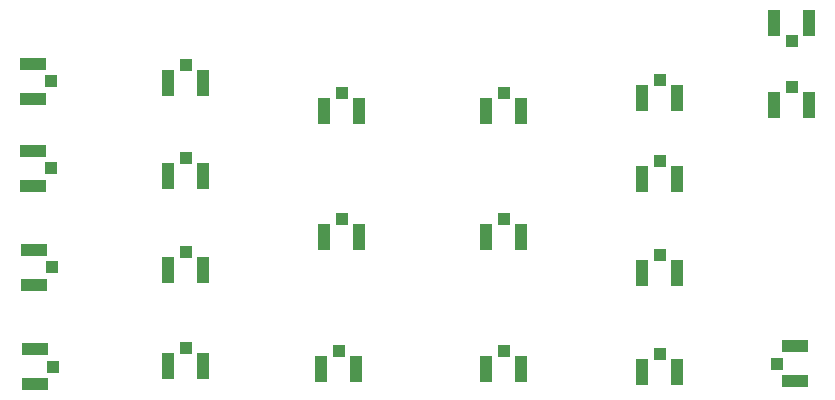
<source format=gbr>
%TF.GenerationSoftware,KiCad,Pcbnew,(6.0.8)*%
%TF.CreationDate,2023-08-07T17:47:41+10:00*%
%TF.ProjectId,REDPITAYA-BRK,52454450-4954-4415-9941-2d42524b2e6b,rev?*%
%TF.SameCoordinates,Original*%
%TF.FileFunction,Paste,Top*%
%TF.FilePolarity,Positive*%
%FSLAX46Y46*%
G04 Gerber Fmt 4.6, Leading zero omitted, Abs format (unit mm)*
G04 Created by KiCad (PCBNEW (6.0.8)) date 2023-08-07 17:47:41*
%MOMM*%
%LPD*%
G01*
G04 APERTURE LIST*
%ADD10R,1.050000X2.200000*%
%ADD11R,1.000000X1.050000*%
%ADD12R,2.200000X1.050000*%
%ADD13R,1.050000X1.000000*%
G04 APERTURE END LIST*
D10*
%TO.C,ANALOG_OUT_1*%
X155145000Y-50184000D03*
D11*
X153670000Y-48659000D03*
D10*
X152195000Y-50184000D03*
%TD*%
D12*
%TO.C,+5V1*%
X100584000Y-43385000D03*
D13*
X102109000Y-41910000D03*
D12*
X100584000Y-40435000D03*
%TD*%
D10*
%TO.C,I2C_SDA1*%
X128221000Y-55118000D03*
D11*
X126746000Y-53593000D03*
D10*
X125271000Y-55118000D03*
%TD*%
%TO.C,ANALOG_IN_3*%
X155145000Y-66548000D03*
D11*
X153670000Y-65023000D03*
D10*
X152195000Y-66548000D03*
%TD*%
D12*
%TO.C,-4V1*%
X100584000Y-50751000D03*
D13*
X102109000Y-49276000D03*
D12*
X100584000Y-47801000D03*
%TD*%
D10*
%TO.C,UART_RX1*%
X115013000Y-66040000D03*
D11*
X113538000Y-64515000D03*
D10*
X112063000Y-66040000D03*
%TD*%
%TO.C,ANALOG_IN_0*%
X141937000Y-66294000D03*
D11*
X140462000Y-64769000D03*
D10*
X138987000Y-66294000D03*
%TD*%
%TO.C,UART_TX1*%
X115013000Y-57912000D03*
D11*
X113538000Y-56387000D03*
D10*
X112063000Y-57912000D03*
%TD*%
%TO.C,EXT_COM1*%
X127967000Y-66294000D03*
D11*
X126492000Y-64769000D03*
D10*
X125017000Y-66294000D03*
%TD*%
D12*
%TO.C,MOSI1*%
X100692000Y-59133000D03*
D13*
X102217000Y-57658000D03*
D12*
X100692000Y-56183000D03*
%TD*%
D10*
%TO.C,ANALOG_IN_1*%
X141937000Y-55118000D03*
D11*
X140462000Y-53593000D03*
D10*
X138987000Y-55118000D03*
%TD*%
%TO.C,ANALOG_IN_2*%
X141937000Y-44450000D03*
D11*
X140462000Y-42925000D03*
D10*
X138987000Y-44450000D03*
%TD*%
%TO.C,CLK_N1*%
X163371000Y-36938000D03*
D11*
X164846000Y-38463000D03*
D10*
X166321000Y-36938000D03*
%TD*%
D12*
%TO.C,ANALOG_OUT_2*%
X165100000Y-64360000D03*
D13*
X163575000Y-65835000D03*
D12*
X165100000Y-67310000D03*
%TD*%
D10*
%TO.C,CS1*%
X115013000Y-49930000D03*
D11*
X113538000Y-48405000D03*
D10*
X112063000Y-49930000D03*
%TD*%
%TO.C,ANALOG_OUT_0*%
X155145000Y-58166000D03*
D11*
X153670000Y-56641000D03*
D10*
X152195000Y-58166000D03*
%TD*%
D12*
%TO.C,MISO1*%
X100733000Y-67558000D03*
D13*
X102258000Y-66083000D03*
D12*
X100733000Y-64608000D03*
%TD*%
D10*
%TO.C,ANALOG_OUT_3*%
X155145000Y-43326000D03*
D11*
X153670000Y-41801000D03*
D10*
X152195000Y-43326000D03*
%TD*%
%TO.C,CLK_P1*%
X166321000Y-43942000D03*
D11*
X164846000Y-42417000D03*
D10*
X163371000Y-43942000D03*
%TD*%
%TO.C,SCLK1*%
X115013000Y-42056000D03*
D11*
X113538000Y-40531000D03*
D10*
X112063000Y-42056000D03*
%TD*%
%TO.C,I2C_SCL1*%
X128221000Y-44450000D03*
D11*
X126746000Y-42925000D03*
D10*
X125271000Y-44450000D03*
%TD*%
M02*

</source>
